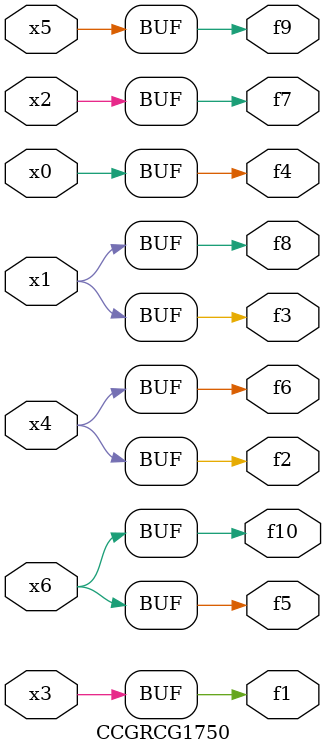
<source format=v>
module CCGRCG1750(
	input x0, x1, x2, x3, x4, x5, x6,
	output f1, f2, f3, f4, f5, f6, f7, f8, f9, f10
);
	assign f1 = x3;
	assign f2 = x4;
	assign f3 = x1;
	assign f4 = x0;
	assign f5 = x6;
	assign f6 = x4;
	assign f7 = x2;
	assign f8 = x1;
	assign f9 = x5;
	assign f10 = x6;
endmodule

</source>
